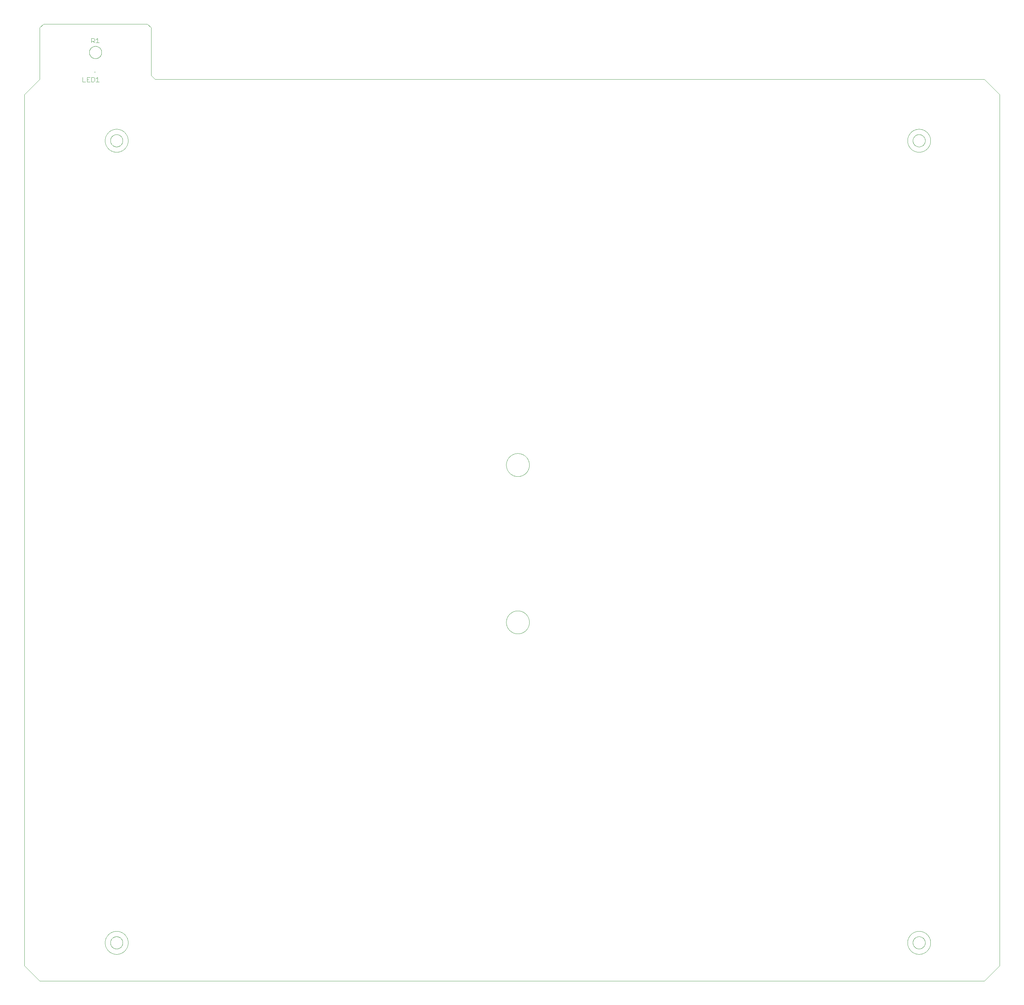
<source format=gto>
G75*
%MOIN*%
%OFA0B0*%
%FSLAX25Y25*%
%IPPOS*%
%LPD*%
%AMOC8*
5,1,8,0,0,1.08239X$1,22.5*
%
%ADD10C,0.00000*%
%ADD11R,0.00787X0.00787*%
%ADD12C,0.00400*%
D10*
X0003934Y0014445D02*
X0019682Y-0001303D01*
X0988186Y-0001303D01*
X1003934Y0014445D01*
X1003934Y0908146D01*
X0988186Y0923894D01*
X0137792Y0923894D01*
X0133855Y0927831D01*
X0133855Y0976650D01*
X0129918Y0980587D01*
X0023619Y0980587D01*
X0019682Y0976650D01*
X0019682Y0923894D01*
X0003934Y0908146D01*
X0003934Y0014445D01*
X0086611Y0038067D02*
X0086615Y0038357D01*
X0086625Y0038647D01*
X0086643Y0038936D01*
X0086668Y0039225D01*
X0086700Y0039513D01*
X0086739Y0039800D01*
X0086785Y0040086D01*
X0086838Y0040371D01*
X0086898Y0040655D01*
X0086965Y0040937D01*
X0087039Y0041217D01*
X0087120Y0041496D01*
X0087207Y0041772D01*
X0087301Y0042046D01*
X0087402Y0042318D01*
X0087510Y0042587D01*
X0087624Y0042853D01*
X0087745Y0043117D01*
X0087872Y0043377D01*
X0088006Y0043635D01*
X0088145Y0043889D01*
X0088291Y0044139D01*
X0088443Y0044386D01*
X0088602Y0044629D01*
X0088766Y0044868D01*
X0088935Y0045103D01*
X0089111Y0045334D01*
X0089292Y0045560D01*
X0089479Y0045782D01*
X0089671Y0045999D01*
X0089868Y0046211D01*
X0090070Y0046419D01*
X0090278Y0046621D01*
X0090490Y0046818D01*
X0090707Y0047010D01*
X0090929Y0047197D01*
X0091155Y0047378D01*
X0091386Y0047554D01*
X0091621Y0047723D01*
X0091860Y0047887D01*
X0092103Y0048046D01*
X0092350Y0048198D01*
X0092600Y0048344D01*
X0092854Y0048483D01*
X0093112Y0048617D01*
X0093372Y0048744D01*
X0093636Y0048865D01*
X0093902Y0048979D01*
X0094171Y0049087D01*
X0094443Y0049188D01*
X0094717Y0049282D01*
X0094993Y0049369D01*
X0095272Y0049450D01*
X0095552Y0049524D01*
X0095834Y0049591D01*
X0096118Y0049651D01*
X0096403Y0049704D01*
X0096689Y0049750D01*
X0096976Y0049789D01*
X0097264Y0049821D01*
X0097553Y0049846D01*
X0097842Y0049864D01*
X0098132Y0049874D01*
X0098422Y0049878D01*
X0098712Y0049874D01*
X0099002Y0049864D01*
X0099291Y0049846D01*
X0099580Y0049821D01*
X0099868Y0049789D01*
X0100155Y0049750D01*
X0100441Y0049704D01*
X0100726Y0049651D01*
X0101010Y0049591D01*
X0101292Y0049524D01*
X0101572Y0049450D01*
X0101851Y0049369D01*
X0102127Y0049282D01*
X0102401Y0049188D01*
X0102673Y0049087D01*
X0102942Y0048979D01*
X0103208Y0048865D01*
X0103472Y0048744D01*
X0103732Y0048617D01*
X0103990Y0048483D01*
X0104244Y0048344D01*
X0104494Y0048198D01*
X0104741Y0048046D01*
X0104984Y0047887D01*
X0105223Y0047723D01*
X0105458Y0047554D01*
X0105689Y0047378D01*
X0105915Y0047197D01*
X0106137Y0047010D01*
X0106354Y0046818D01*
X0106566Y0046621D01*
X0106774Y0046419D01*
X0106976Y0046211D01*
X0107173Y0045999D01*
X0107365Y0045782D01*
X0107552Y0045560D01*
X0107733Y0045334D01*
X0107909Y0045103D01*
X0108078Y0044868D01*
X0108242Y0044629D01*
X0108401Y0044386D01*
X0108553Y0044139D01*
X0108699Y0043889D01*
X0108838Y0043635D01*
X0108972Y0043377D01*
X0109099Y0043117D01*
X0109220Y0042853D01*
X0109334Y0042587D01*
X0109442Y0042318D01*
X0109543Y0042046D01*
X0109637Y0041772D01*
X0109724Y0041496D01*
X0109805Y0041217D01*
X0109879Y0040937D01*
X0109946Y0040655D01*
X0110006Y0040371D01*
X0110059Y0040086D01*
X0110105Y0039800D01*
X0110144Y0039513D01*
X0110176Y0039225D01*
X0110201Y0038936D01*
X0110219Y0038647D01*
X0110229Y0038357D01*
X0110233Y0038067D01*
X0110229Y0037777D01*
X0110219Y0037487D01*
X0110201Y0037198D01*
X0110176Y0036909D01*
X0110144Y0036621D01*
X0110105Y0036334D01*
X0110059Y0036048D01*
X0110006Y0035763D01*
X0109946Y0035479D01*
X0109879Y0035197D01*
X0109805Y0034917D01*
X0109724Y0034638D01*
X0109637Y0034362D01*
X0109543Y0034088D01*
X0109442Y0033816D01*
X0109334Y0033547D01*
X0109220Y0033281D01*
X0109099Y0033017D01*
X0108972Y0032757D01*
X0108838Y0032499D01*
X0108699Y0032245D01*
X0108553Y0031995D01*
X0108401Y0031748D01*
X0108242Y0031505D01*
X0108078Y0031266D01*
X0107909Y0031031D01*
X0107733Y0030800D01*
X0107552Y0030574D01*
X0107365Y0030352D01*
X0107173Y0030135D01*
X0106976Y0029923D01*
X0106774Y0029715D01*
X0106566Y0029513D01*
X0106354Y0029316D01*
X0106137Y0029124D01*
X0105915Y0028937D01*
X0105689Y0028756D01*
X0105458Y0028580D01*
X0105223Y0028411D01*
X0104984Y0028247D01*
X0104741Y0028088D01*
X0104494Y0027936D01*
X0104244Y0027790D01*
X0103990Y0027651D01*
X0103732Y0027517D01*
X0103472Y0027390D01*
X0103208Y0027269D01*
X0102942Y0027155D01*
X0102673Y0027047D01*
X0102401Y0026946D01*
X0102127Y0026852D01*
X0101851Y0026765D01*
X0101572Y0026684D01*
X0101292Y0026610D01*
X0101010Y0026543D01*
X0100726Y0026483D01*
X0100441Y0026430D01*
X0100155Y0026384D01*
X0099868Y0026345D01*
X0099580Y0026313D01*
X0099291Y0026288D01*
X0099002Y0026270D01*
X0098712Y0026260D01*
X0098422Y0026256D01*
X0098132Y0026260D01*
X0097842Y0026270D01*
X0097553Y0026288D01*
X0097264Y0026313D01*
X0096976Y0026345D01*
X0096689Y0026384D01*
X0096403Y0026430D01*
X0096118Y0026483D01*
X0095834Y0026543D01*
X0095552Y0026610D01*
X0095272Y0026684D01*
X0094993Y0026765D01*
X0094717Y0026852D01*
X0094443Y0026946D01*
X0094171Y0027047D01*
X0093902Y0027155D01*
X0093636Y0027269D01*
X0093372Y0027390D01*
X0093112Y0027517D01*
X0092854Y0027651D01*
X0092600Y0027790D01*
X0092350Y0027936D01*
X0092103Y0028088D01*
X0091860Y0028247D01*
X0091621Y0028411D01*
X0091386Y0028580D01*
X0091155Y0028756D01*
X0090929Y0028937D01*
X0090707Y0029124D01*
X0090490Y0029316D01*
X0090278Y0029513D01*
X0090070Y0029715D01*
X0089868Y0029923D01*
X0089671Y0030135D01*
X0089479Y0030352D01*
X0089292Y0030574D01*
X0089111Y0030800D01*
X0088935Y0031031D01*
X0088766Y0031266D01*
X0088602Y0031505D01*
X0088443Y0031748D01*
X0088291Y0031995D01*
X0088145Y0032245D01*
X0088006Y0032499D01*
X0087872Y0032757D01*
X0087745Y0033017D01*
X0087624Y0033281D01*
X0087510Y0033547D01*
X0087402Y0033816D01*
X0087301Y0034088D01*
X0087207Y0034362D01*
X0087120Y0034638D01*
X0087039Y0034917D01*
X0086965Y0035197D01*
X0086898Y0035479D01*
X0086838Y0035763D01*
X0086785Y0036048D01*
X0086739Y0036334D01*
X0086700Y0036621D01*
X0086668Y0036909D01*
X0086643Y0037198D01*
X0086625Y0037487D01*
X0086615Y0037777D01*
X0086611Y0038067D01*
X0092123Y0038067D02*
X0092125Y0038225D01*
X0092131Y0038383D01*
X0092141Y0038541D01*
X0092155Y0038699D01*
X0092173Y0038856D01*
X0092194Y0039013D01*
X0092220Y0039169D01*
X0092250Y0039325D01*
X0092283Y0039480D01*
X0092321Y0039633D01*
X0092362Y0039786D01*
X0092407Y0039938D01*
X0092456Y0040089D01*
X0092509Y0040238D01*
X0092565Y0040386D01*
X0092625Y0040532D01*
X0092689Y0040677D01*
X0092757Y0040820D01*
X0092828Y0040962D01*
X0092902Y0041102D01*
X0092980Y0041239D01*
X0093062Y0041375D01*
X0093146Y0041509D01*
X0093235Y0041640D01*
X0093326Y0041769D01*
X0093421Y0041896D01*
X0093518Y0042021D01*
X0093619Y0042143D01*
X0093723Y0042262D01*
X0093830Y0042379D01*
X0093940Y0042493D01*
X0094053Y0042604D01*
X0094168Y0042713D01*
X0094286Y0042818D01*
X0094407Y0042920D01*
X0094530Y0043020D01*
X0094656Y0043116D01*
X0094784Y0043209D01*
X0094914Y0043299D01*
X0095047Y0043385D01*
X0095182Y0043469D01*
X0095318Y0043548D01*
X0095457Y0043625D01*
X0095598Y0043697D01*
X0095740Y0043767D01*
X0095884Y0043832D01*
X0096030Y0043894D01*
X0096177Y0043952D01*
X0096326Y0044007D01*
X0096476Y0044058D01*
X0096627Y0044105D01*
X0096779Y0044148D01*
X0096932Y0044187D01*
X0097087Y0044223D01*
X0097242Y0044254D01*
X0097398Y0044282D01*
X0097554Y0044306D01*
X0097711Y0044326D01*
X0097869Y0044342D01*
X0098026Y0044354D01*
X0098185Y0044362D01*
X0098343Y0044366D01*
X0098501Y0044366D01*
X0098659Y0044362D01*
X0098818Y0044354D01*
X0098975Y0044342D01*
X0099133Y0044326D01*
X0099290Y0044306D01*
X0099446Y0044282D01*
X0099602Y0044254D01*
X0099757Y0044223D01*
X0099912Y0044187D01*
X0100065Y0044148D01*
X0100217Y0044105D01*
X0100368Y0044058D01*
X0100518Y0044007D01*
X0100667Y0043952D01*
X0100814Y0043894D01*
X0100960Y0043832D01*
X0101104Y0043767D01*
X0101246Y0043697D01*
X0101387Y0043625D01*
X0101526Y0043548D01*
X0101662Y0043469D01*
X0101797Y0043385D01*
X0101930Y0043299D01*
X0102060Y0043209D01*
X0102188Y0043116D01*
X0102314Y0043020D01*
X0102437Y0042920D01*
X0102558Y0042818D01*
X0102676Y0042713D01*
X0102791Y0042604D01*
X0102904Y0042493D01*
X0103014Y0042379D01*
X0103121Y0042262D01*
X0103225Y0042143D01*
X0103326Y0042021D01*
X0103423Y0041896D01*
X0103518Y0041769D01*
X0103609Y0041640D01*
X0103698Y0041509D01*
X0103782Y0041375D01*
X0103864Y0041239D01*
X0103942Y0041102D01*
X0104016Y0040962D01*
X0104087Y0040820D01*
X0104155Y0040677D01*
X0104219Y0040532D01*
X0104279Y0040386D01*
X0104335Y0040238D01*
X0104388Y0040089D01*
X0104437Y0039938D01*
X0104482Y0039786D01*
X0104523Y0039633D01*
X0104561Y0039480D01*
X0104594Y0039325D01*
X0104624Y0039169D01*
X0104650Y0039013D01*
X0104671Y0038856D01*
X0104689Y0038699D01*
X0104703Y0038541D01*
X0104713Y0038383D01*
X0104719Y0038225D01*
X0104721Y0038067D01*
X0104719Y0037909D01*
X0104713Y0037751D01*
X0104703Y0037593D01*
X0104689Y0037435D01*
X0104671Y0037278D01*
X0104650Y0037121D01*
X0104624Y0036965D01*
X0104594Y0036809D01*
X0104561Y0036654D01*
X0104523Y0036501D01*
X0104482Y0036348D01*
X0104437Y0036196D01*
X0104388Y0036045D01*
X0104335Y0035896D01*
X0104279Y0035748D01*
X0104219Y0035602D01*
X0104155Y0035457D01*
X0104087Y0035314D01*
X0104016Y0035172D01*
X0103942Y0035032D01*
X0103864Y0034895D01*
X0103782Y0034759D01*
X0103698Y0034625D01*
X0103609Y0034494D01*
X0103518Y0034365D01*
X0103423Y0034238D01*
X0103326Y0034113D01*
X0103225Y0033991D01*
X0103121Y0033872D01*
X0103014Y0033755D01*
X0102904Y0033641D01*
X0102791Y0033530D01*
X0102676Y0033421D01*
X0102558Y0033316D01*
X0102437Y0033214D01*
X0102314Y0033114D01*
X0102188Y0033018D01*
X0102060Y0032925D01*
X0101930Y0032835D01*
X0101797Y0032749D01*
X0101662Y0032665D01*
X0101526Y0032586D01*
X0101387Y0032509D01*
X0101246Y0032437D01*
X0101104Y0032367D01*
X0100960Y0032302D01*
X0100814Y0032240D01*
X0100667Y0032182D01*
X0100518Y0032127D01*
X0100368Y0032076D01*
X0100217Y0032029D01*
X0100065Y0031986D01*
X0099912Y0031947D01*
X0099757Y0031911D01*
X0099602Y0031880D01*
X0099446Y0031852D01*
X0099290Y0031828D01*
X0099133Y0031808D01*
X0098975Y0031792D01*
X0098818Y0031780D01*
X0098659Y0031772D01*
X0098501Y0031768D01*
X0098343Y0031768D01*
X0098185Y0031772D01*
X0098026Y0031780D01*
X0097869Y0031792D01*
X0097711Y0031808D01*
X0097554Y0031828D01*
X0097398Y0031852D01*
X0097242Y0031880D01*
X0097087Y0031911D01*
X0096932Y0031947D01*
X0096779Y0031986D01*
X0096627Y0032029D01*
X0096476Y0032076D01*
X0096326Y0032127D01*
X0096177Y0032182D01*
X0096030Y0032240D01*
X0095884Y0032302D01*
X0095740Y0032367D01*
X0095598Y0032437D01*
X0095457Y0032509D01*
X0095318Y0032586D01*
X0095182Y0032665D01*
X0095047Y0032749D01*
X0094914Y0032835D01*
X0094784Y0032925D01*
X0094656Y0033018D01*
X0094530Y0033114D01*
X0094407Y0033214D01*
X0094286Y0033316D01*
X0094168Y0033421D01*
X0094053Y0033530D01*
X0093940Y0033641D01*
X0093830Y0033755D01*
X0093723Y0033872D01*
X0093619Y0033991D01*
X0093518Y0034113D01*
X0093421Y0034238D01*
X0093326Y0034365D01*
X0093235Y0034494D01*
X0093146Y0034625D01*
X0093062Y0034759D01*
X0092980Y0034895D01*
X0092902Y0035032D01*
X0092828Y0035172D01*
X0092757Y0035314D01*
X0092689Y0035457D01*
X0092625Y0035602D01*
X0092565Y0035748D01*
X0092509Y0035896D01*
X0092456Y0036045D01*
X0092407Y0036196D01*
X0092362Y0036348D01*
X0092321Y0036501D01*
X0092283Y0036654D01*
X0092250Y0036809D01*
X0092220Y0036965D01*
X0092194Y0037121D01*
X0092173Y0037278D01*
X0092155Y0037435D01*
X0092141Y0037593D01*
X0092131Y0037751D01*
X0092125Y0037909D01*
X0092123Y0038067D01*
X0498028Y0366807D02*
X0498032Y0367097D01*
X0498042Y0367387D01*
X0498060Y0367676D01*
X0498085Y0367965D01*
X0498117Y0368253D01*
X0498156Y0368540D01*
X0498202Y0368826D01*
X0498255Y0369111D01*
X0498315Y0369395D01*
X0498382Y0369677D01*
X0498456Y0369957D01*
X0498537Y0370236D01*
X0498624Y0370512D01*
X0498718Y0370786D01*
X0498819Y0371058D01*
X0498927Y0371327D01*
X0499041Y0371593D01*
X0499162Y0371857D01*
X0499289Y0372117D01*
X0499423Y0372375D01*
X0499562Y0372629D01*
X0499708Y0372879D01*
X0499860Y0373126D01*
X0500019Y0373369D01*
X0500183Y0373608D01*
X0500352Y0373843D01*
X0500528Y0374074D01*
X0500709Y0374300D01*
X0500896Y0374522D01*
X0501088Y0374739D01*
X0501285Y0374951D01*
X0501487Y0375159D01*
X0501695Y0375361D01*
X0501907Y0375558D01*
X0502124Y0375750D01*
X0502346Y0375937D01*
X0502572Y0376118D01*
X0502803Y0376294D01*
X0503038Y0376463D01*
X0503277Y0376627D01*
X0503520Y0376786D01*
X0503767Y0376938D01*
X0504017Y0377084D01*
X0504271Y0377223D01*
X0504529Y0377357D01*
X0504789Y0377484D01*
X0505053Y0377605D01*
X0505319Y0377719D01*
X0505588Y0377827D01*
X0505860Y0377928D01*
X0506134Y0378022D01*
X0506410Y0378109D01*
X0506689Y0378190D01*
X0506969Y0378264D01*
X0507251Y0378331D01*
X0507535Y0378391D01*
X0507820Y0378444D01*
X0508106Y0378490D01*
X0508393Y0378529D01*
X0508681Y0378561D01*
X0508970Y0378586D01*
X0509259Y0378604D01*
X0509549Y0378614D01*
X0509839Y0378618D01*
X0510129Y0378614D01*
X0510419Y0378604D01*
X0510708Y0378586D01*
X0510997Y0378561D01*
X0511285Y0378529D01*
X0511572Y0378490D01*
X0511858Y0378444D01*
X0512143Y0378391D01*
X0512427Y0378331D01*
X0512709Y0378264D01*
X0512989Y0378190D01*
X0513268Y0378109D01*
X0513544Y0378022D01*
X0513818Y0377928D01*
X0514090Y0377827D01*
X0514359Y0377719D01*
X0514625Y0377605D01*
X0514889Y0377484D01*
X0515149Y0377357D01*
X0515407Y0377223D01*
X0515661Y0377084D01*
X0515911Y0376938D01*
X0516158Y0376786D01*
X0516401Y0376627D01*
X0516640Y0376463D01*
X0516875Y0376294D01*
X0517106Y0376118D01*
X0517332Y0375937D01*
X0517554Y0375750D01*
X0517771Y0375558D01*
X0517983Y0375361D01*
X0518191Y0375159D01*
X0518393Y0374951D01*
X0518590Y0374739D01*
X0518782Y0374522D01*
X0518969Y0374300D01*
X0519150Y0374074D01*
X0519326Y0373843D01*
X0519495Y0373608D01*
X0519659Y0373369D01*
X0519818Y0373126D01*
X0519970Y0372879D01*
X0520116Y0372629D01*
X0520255Y0372375D01*
X0520389Y0372117D01*
X0520516Y0371857D01*
X0520637Y0371593D01*
X0520751Y0371327D01*
X0520859Y0371058D01*
X0520960Y0370786D01*
X0521054Y0370512D01*
X0521141Y0370236D01*
X0521222Y0369957D01*
X0521296Y0369677D01*
X0521363Y0369395D01*
X0521423Y0369111D01*
X0521476Y0368826D01*
X0521522Y0368540D01*
X0521561Y0368253D01*
X0521593Y0367965D01*
X0521618Y0367676D01*
X0521636Y0367387D01*
X0521646Y0367097D01*
X0521650Y0366807D01*
X0521646Y0366517D01*
X0521636Y0366227D01*
X0521618Y0365938D01*
X0521593Y0365649D01*
X0521561Y0365361D01*
X0521522Y0365074D01*
X0521476Y0364788D01*
X0521423Y0364503D01*
X0521363Y0364219D01*
X0521296Y0363937D01*
X0521222Y0363657D01*
X0521141Y0363378D01*
X0521054Y0363102D01*
X0520960Y0362828D01*
X0520859Y0362556D01*
X0520751Y0362287D01*
X0520637Y0362021D01*
X0520516Y0361757D01*
X0520389Y0361497D01*
X0520255Y0361239D01*
X0520116Y0360985D01*
X0519970Y0360735D01*
X0519818Y0360488D01*
X0519659Y0360245D01*
X0519495Y0360006D01*
X0519326Y0359771D01*
X0519150Y0359540D01*
X0518969Y0359314D01*
X0518782Y0359092D01*
X0518590Y0358875D01*
X0518393Y0358663D01*
X0518191Y0358455D01*
X0517983Y0358253D01*
X0517771Y0358056D01*
X0517554Y0357864D01*
X0517332Y0357677D01*
X0517106Y0357496D01*
X0516875Y0357320D01*
X0516640Y0357151D01*
X0516401Y0356987D01*
X0516158Y0356828D01*
X0515911Y0356676D01*
X0515661Y0356530D01*
X0515407Y0356391D01*
X0515149Y0356257D01*
X0514889Y0356130D01*
X0514625Y0356009D01*
X0514359Y0355895D01*
X0514090Y0355787D01*
X0513818Y0355686D01*
X0513544Y0355592D01*
X0513268Y0355505D01*
X0512989Y0355424D01*
X0512709Y0355350D01*
X0512427Y0355283D01*
X0512143Y0355223D01*
X0511858Y0355170D01*
X0511572Y0355124D01*
X0511285Y0355085D01*
X0510997Y0355053D01*
X0510708Y0355028D01*
X0510419Y0355010D01*
X0510129Y0355000D01*
X0509839Y0354996D01*
X0509549Y0355000D01*
X0509259Y0355010D01*
X0508970Y0355028D01*
X0508681Y0355053D01*
X0508393Y0355085D01*
X0508106Y0355124D01*
X0507820Y0355170D01*
X0507535Y0355223D01*
X0507251Y0355283D01*
X0506969Y0355350D01*
X0506689Y0355424D01*
X0506410Y0355505D01*
X0506134Y0355592D01*
X0505860Y0355686D01*
X0505588Y0355787D01*
X0505319Y0355895D01*
X0505053Y0356009D01*
X0504789Y0356130D01*
X0504529Y0356257D01*
X0504271Y0356391D01*
X0504017Y0356530D01*
X0503767Y0356676D01*
X0503520Y0356828D01*
X0503277Y0356987D01*
X0503038Y0357151D01*
X0502803Y0357320D01*
X0502572Y0357496D01*
X0502346Y0357677D01*
X0502124Y0357864D01*
X0501907Y0358056D01*
X0501695Y0358253D01*
X0501487Y0358455D01*
X0501285Y0358663D01*
X0501088Y0358875D01*
X0500896Y0359092D01*
X0500709Y0359314D01*
X0500528Y0359540D01*
X0500352Y0359771D01*
X0500183Y0360006D01*
X0500019Y0360245D01*
X0499860Y0360488D01*
X0499708Y0360735D01*
X0499562Y0360985D01*
X0499423Y0361239D01*
X0499289Y0361497D01*
X0499162Y0361757D01*
X0499041Y0362021D01*
X0498927Y0362287D01*
X0498819Y0362556D01*
X0498718Y0362828D01*
X0498624Y0363102D01*
X0498537Y0363378D01*
X0498456Y0363657D01*
X0498382Y0363937D01*
X0498315Y0364219D01*
X0498255Y0364503D01*
X0498202Y0364788D01*
X0498156Y0365074D01*
X0498117Y0365361D01*
X0498085Y0365649D01*
X0498060Y0365938D01*
X0498042Y0366227D01*
X0498032Y0366517D01*
X0498028Y0366807D01*
X0498028Y0528224D02*
X0498032Y0528514D01*
X0498042Y0528804D01*
X0498060Y0529093D01*
X0498085Y0529382D01*
X0498117Y0529670D01*
X0498156Y0529957D01*
X0498202Y0530243D01*
X0498255Y0530528D01*
X0498315Y0530812D01*
X0498382Y0531094D01*
X0498456Y0531374D01*
X0498537Y0531653D01*
X0498624Y0531929D01*
X0498718Y0532203D01*
X0498819Y0532475D01*
X0498927Y0532744D01*
X0499041Y0533010D01*
X0499162Y0533274D01*
X0499289Y0533534D01*
X0499423Y0533792D01*
X0499562Y0534046D01*
X0499708Y0534296D01*
X0499860Y0534543D01*
X0500019Y0534786D01*
X0500183Y0535025D01*
X0500352Y0535260D01*
X0500528Y0535491D01*
X0500709Y0535717D01*
X0500896Y0535939D01*
X0501088Y0536156D01*
X0501285Y0536368D01*
X0501487Y0536576D01*
X0501695Y0536778D01*
X0501907Y0536975D01*
X0502124Y0537167D01*
X0502346Y0537354D01*
X0502572Y0537535D01*
X0502803Y0537711D01*
X0503038Y0537880D01*
X0503277Y0538044D01*
X0503520Y0538203D01*
X0503767Y0538355D01*
X0504017Y0538501D01*
X0504271Y0538640D01*
X0504529Y0538774D01*
X0504789Y0538901D01*
X0505053Y0539022D01*
X0505319Y0539136D01*
X0505588Y0539244D01*
X0505860Y0539345D01*
X0506134Y0539439D01*
X0506410Y0539526D01*
X0506689Y0539607D01*
X0506969Y0539681D01*
X0507251Y0539748D01*
X0507535Y0539808D01*
X0507820Y0539861D01*
X0508106Y0539907D01*
X0508393Y0539946D01*
X0508681Y0539978D01*
X0508970Y0540003D01*
X0509259Y0540021D01*
X0509549Y0540031D01*
X0509839Y0540035D01*
X0510129Y0540031D01*
X0510419Y0540021D01*
X0510708Y0540003D01*
X0510997Y0539978D01*
X0511285Y0539946D01*
X0511572Y0539907D01*
X0511858Y0539861D01*
X0512143Y0539808D01*
X0512427Y0539748D01*
X0512709Y0539681D01*
X0512989Y0539607D01*
X0513268Y0539526D01*
X0513544Y0539439D01*
X0513818Y0539345D01*
X0514090Y0539244D01*
X0514359Y0539136D01*
X0514625Y0539022D01*
X0514889Y0538901D01*
X0515149Y0538774D01*
X0515407Y0538640D01*
X0515661Y0538501D01*
X0515911Y0538355D01*
X0516158Y0538203D01*
X0516401Y0538044D01*
X0516640Y0537880D01*
X0516875Y0537711D01*
X0517106Y0537535D01*
X0517332Y0537354D01*
X0517554Y0537167D01*
X0517771Y0536975D01*
X0517983Y0536778D01*
X0518191Y0536576D01*
X0518393Y0536368D01*
X0518590Y0536156D01*
X0518782Y0535939D01*
X0518969Y0535717D01*
X0519150Y0535491D01*
X0519326Y0535260D01*
X0519495Y0535025D01*
X0519659Y0534786D01*
X0519818Y0534543D01*
X0519970Y0534296D01*
X0520116Y0534046D01*
X0520255Y0533792D01*
X0520389Y0533534D01*
X0520516Y0533274D01*
X0520637Y0533010D01*
X0520751Y0532744D01*
X0520859Y0532475D01*
X0520960Y0532203D01*
X0521054Y0531929D01*
X0521141Y0531653D01*
X0521222Y0531374D01*
X0521296Y0531094D01*
X0521363Y0530812D01*
X0521423Y0530528D01*
X0521476Y0530243D01*
X0521522Y0529957D01*
X0521561Y0529670D01*
X0521593Y0529382D01*
X0521618Y0529093D01*
X0521636Y0528804D01*
X0521646Y0528514D01*
X0521650Y0528224D01*
X0521646Y0527934D01*
X0521636Y0527644D01*
X0521618Y0527355D01*
X0521593Y0527066D01*
X0521561Y0526778D01*
X0521522Y0526491D01*
X0521476Y0526205D01*
X0521423Y0525920D01*
X0521363Y0525636D01*
X0521296Y0525354D01*
X0521222Y0525074D01*
X0521141Y0524795D01*
X0521054Y0524519D01*
X0520960Y0524245D01*
X0520859Y0523973D01*
X0520751Y0523704D01*
X0520637Y0523438D01*
X0520516Y0523174D01*
X0520389Y0522914D01*
X0520255Y0522656D01*
X0520116Y0522402D01*
X0519970Y0522152D01*
X0519818Y0521905D01*
X0519659Y0521662D01*
X0519495Y0521423D01*
X0519326Y0521188D01*
X0519150Y0520957D01*
X0518969Y0520731D01*
X0518782Y0520509D01*
X0518590Y0520292D01*
X0518393Y0520080D01*
X0518191Y0519872D01*
X0517983Y0519670D01*
X0517771Y0519473D01*
X0517554Y0519281D01*
X0517332Y0519094D01*
X0517106Y0518913D01*
X0516875Y0518737D01*
X0516640Y0518568D01*
X0516401Y0518404D01*
X0516158Y0518245D01*
X0515911Y0518093D01*
X0515661Y0517947D01*
X0515407Y0517808D01*
X0515149Y0517674D01*
X0514889Y0517547D01*
X0514625Y0517426D01*
X0514359Y0517312D01*
X0514090Y0517204D01*
X0513818Y0517103D01*
X0513544Y0517009D01*
X0513268Y0516922D01*
X0512989Y0516841D01*
X0512709Y0516767D01*
X0512427Y0516700D01*
X0512143Y0516640D01*
X0511858Y0516587D01*
X0511572Y0516541D01*
X0511285Y0516502D01*
X0510997Y0516470D01*
X0510708Y0516445D01*
X0510419Y0516427D01*
X0510129Y0516417D01*
X0509839Y0516413D01*
X0509549Y0516417D01*
X0509259Y0516427D01*
X0508970Y0516445D01*
X0508681Y0516470D01*
X0508393Y0516502D01*
X0508106Y0516541D01*
X0507820Y0516587D01*
X0507535Y0516640D01*
X0507251Y0516700D01*
X0506969Y0516767D01*
X0506689Y0516841D01*
X0506410Y0516922D01*
X0506134Y0517009D01*
X0505860Y0517103D01*
X0505588Y0517204D01*
X0505319Y0517312D01*
X0505053Y0517426D01*
X0504789Y0517547D01*
X0504529Y0517674D01*
X0504271Y0517808D01*
X0504017Y0517947D01*
X0503767Y0518093D01*
X0503520Y0518245D01*
X0503277Y0518404D01*
X0503038Y0518568D01*
X0502803Y0518737D01*
X0502572Y0518913D01*
X0502346Y0519094D01*
X0502124Y0519281D01*
X0501907Y0519473D01*
X0501695Y0519670D01*
X0501487Y0519872D01*
X0501285Y0520080D01*
X0501088Y0520292D01*
X0500896Y0520509D01*
X0500709Y0520731D01*
X0500528Y0520957D01*
X0500352Y0521188D01*
X0500183Y0521423D01*
X0500019Y0521662D01*
X0499860Y0521905D01*
X0499708Y0522152D01*
X0499562Y0522402D01*
X0499423Y0522656D01*
X0499289Y0522914D01*
X0499162Y0523174D01*
X0499041Y0523438D01*
X0498927Y0523704D01*
X0498819Y0523973D01*
X0498718Y0524245D01*
X0498624Y0524519D01*
X0498537Y0524795D01*
X0498456Y0525074D01*
X0498382Y0525354D01*
X0498315Y0525636D01*
X0498255Y0525920D01*
X0498202Y0526205D01*
X0498156Y0526491D01*
X0498117Y0526778D01*
X0498085Y0527066D01*
X0498060Y0527355D01*
X0498042Y0527644D01*
X0498032Y0527934D01*
X0498028Y0528224D01*
X0086611Y0860902D02*
X0086615Y0861192D01*
X0086625Y0861482D01*
X0086643Y0861771D01*
X0086668Y0862060D01*
X0086700Y0862348D01*
X0086739Y0862635D01*
X0086785Y0862921D01*
X0086838Y0863206D01*
X0086898Y0863490D01*
X0086965Y0863772D01*
X0087039Y0864052D01*
X0087120Y0864331D01*
X0087207Y0864607D01*
X0087301Y0864881D01*
X0087402Y0865153D01*
X0087510Y0865422D01*
X0087624Y0865688D01*
X0087745Y0865952D01*
X0087872Y0866212D01*
X0088006Y0866470D01*
X0088145Y0866724D01*
X0088291Y0866974D01*
X0088443Y0867221D01*
X0088602Y0867464D01*
X0088766Y0867703D01*
X0088935Y0867938D01*
X0089111Y0868169D01*
X0089292Y0868395D01*
X0089479Y0868617D01*
X0089671Y0868834D01*
X0089868Y0869046D01*
X0090070Y0869254D01*
X0090278Y0869456D01*
X0090490Y0869653D01*
X0090707Y0869845D01*
X0090929Y0870032D01*
X0091155Y0870213D01*
X0091386Y0870389D01*
X0091621Y0870558D01*
X0091860Y0870722D01*
X0092103Y0870881D01*
X0092350Y0871033D01*
X0092600Y0871179D01*
X0092854Y0871318D01*
X0093112Y0871452D01*
X0093372Y0871579D01*
X0093636Y0871700D01*
X0093902Y0871814D01*
X0094171Y0871922D01*
X0094443Y0872023D01*
X0094717Y0872117D01*
X0094993Y0872204D01*
X0095272Y0872285D01*
X0095552Y0872359D01*
X0095834Y0872426D01*
X0096118Y0872486D01*
X0096403Y0872539D01*
X0096689Y0872585D01*
X0096976Y0872624D01*
X0097264Y0872656D01*
X0097553Y0872681D01*
X0097842Y0872699D01*
X0098132Y0872709D01*
X0098422Y0872713D01*
X0098712Y0872709D01*
X0099002Y0872699D01*
X0099291Y0872681D01*
X0099580Y0872656D01*
X0099868Y0872624D01*
X0100155Y0872585D01*
X0100441Y0872539D01*
X0100726Y0872486D01*
X0101010Y0872426D01*
X0101292Y0872359D01*
X0101572Y0872285D01*
X0101851Y0872204D01*
X0102127Y0872117D01*
X0102401Y0872023D01*
X0102673Y0871922D01*
X0102942Y0871814D01*
X0103208Y0871700D01*
X0103472Y0871579D01*
X0103732Y0871452D01*
X0103990Y0871318D01*
X0104244Y0871179D01*
X0104494Y0871033D01*
X0104741Y0870881D01*
X0104984Y0870722D01*
X0105223Y0870558D01*
X0105458Y0870389D01*
X0105689Y0870213D01*
X0105915Y0870032D01*
X0106137Y0869845D01*
X0106354Y0869653D01*
X0106566Y0869456D01*
X0106774Y0869254D01*
X0106976Y0869046D01*
X0107173Y0868834D01*
X0107365Y0868617D01*
X0107552Y0868395D01*
X0107733Y0868169D01*
X0107909Y0867938D01*
X0108078Y0867703D01*
X0108242Y0867464D01*
X0108401Y0867221D01*
X0108553Y0866974D01*
X0108699Y0866724D01*
X0108838Y0866470D01*
X0108972Y0866212D01*
X0109099Y0865952D01*
X0109220Y0865688D01*
X0109334Y0865422D01*
X0109442Y0865153D01*
X0109543Y0864881D01*
X0109637Y0864607D01*
X0109724Y0864331D01*
X0109805Y0864052D01*
X0109879Y0863772D01*
X0109946Y0863490D01*
X0110006Y0863206D01*
X0110059Y0862921D01*
X0110105Y0862635D01*
X0110144Y0862348D01*
X0110176Y0862060D01*
X0110201Y0861771D01*
X0110219Y0861482D01*
X0110229Y0861192D01*
X0110233Y0860902D01*
X0110229Y0860612D01*
X0110219Y0860322D01*
X0110201Y0860033D01*
X0110176Y0859744D01*
X0110144Y0859456D01*
X0110105Y0859169D01*
X0110059Y0858883D01*
X0110006Y0858598D01*
X0109946Y0858314D01*
X0109879Y0858032D01*
X0109805Y0857752D01*
X0109724Y0857473D01*
X0109637Y0857197D01*
X0109543Y0856923D01*
X0109442Y0856651D01*
X0109334Y0856382D01*
X0109220Y0856116D01*
X0109099Y0855852D01*
X0108972Y0855592D01*
X0108838Y0855334D01*
X0108699Y0855080D01*
X0108553Y0854830D01*
X0108401Y0854583D01*
X0108242Y0854340D01*
X0108078Y0854101D01*
X0107909Y0853866D01*
X0107733Y0853635D01*
X0107552Y0853409D01*
X0107365Y0853187D01*
X0107173Y0852970D01*
X0106976Y0852758D01*
X0106774Y0852550D01*
X0106566Y0852348D01*
X0106354Y0852151D01*
X0106137Y0851959D01*
X0105915Y0851772D01*
X0105689Y0851591D01*
X0105458Y0851415D01*
X0105223Y0851246D01*
X0104984Y0851082D01*
X0104741Y0850923D01*
X0104494Y0850771D01*
X0104244Y0850625D01*
X0103990Y0850486D01*
X0103732Y0850352D01*
X0103472Y0850225D01*
X0103208Y0850104D01*
X0102942Y0849990D01*
X0102673Y0849882D01*
X0102401Y0849781D01*
X0102127Y0849687D01*
X0101851Y0849600D01*
X0101572Y0849519D01*
X0101292Y0849445D01*
X0101010Y0849378D01*
X0100726Y0849318D01*
X0100441Y0849265D01*
X0100155Y0849219D01*
X0099868Y0849180D01*
X0099580Y0849148D01*
X0099291Y0849123D01*
X0099002Y0849105D01*
X0098712Y0849095D01*
X0098422Y0849091D01*
X0098132Y0849095D01*
X0097842Y0849105D01*
X0097553Y0849123D01*
X0097264Y0849148D01*
X0096976Y0849180D01*
X0096689Y0849219D01*
X0096403Y0849265D01*
X0096118Y0849318D01*
X0095834Y0849378D01*
X0095552Y0849445D01*
X0095272Y0849519D01*
X0094993Y0849600D01*
X0094717Y0849687D01*
X0094443Y0849781D01*
X0094171Y0849882D01*
X0093902Y0849990D01*
X0093636Y0850104D01*
X0093372Y0850225D01*
X0093112Y0850352D01*
X0092854Y0850486D01*
X0092600Y0850625D01*
X0092350Y0850771D01*
X0092103Y0850923D01*
X0091860Y0851082D01*
X0091621Y0851246D01*
X0091386Y0851415D01*
X0091155Y0851591D01*
X0090929Y0851772D01*
X0090707Y0851959D01*
X0090490Y0852151D01*
X0090278Y0852348D01*
X0090070Y0852550D01*
X0089868Y0852758D01*
X0089671Y0852970D01*
X0089479Y0853187D01*
X0089292Y0853409D01*
X0089111Y0853635D01*
X0088935Y0853866D01*
X0088766Y0854101D01*
X0088602Y0854340D01*
X0088443Y0854583D01*
X0088291Y0854830D01*
X0088145Y0855080D01*
X0088006Y0855334D01*
X0087872Y0855592D01*
X0087745Y0855852D01*
X0087624Y0856116D01*
X0087510Y0856382D01*
X0087402Y0856651D01*
X0087301Y0856923D01*
X0087207Y0857197D01*
X0087120Y0857473D01*
X0087039Y0857752D01*
X0086965Y0858032D01*
X0086898Y0858314D01*
X0086838Y0858598D01*
X0086785Y0858883D01*
X0086739Y0859169D01*
X0086700Y0859456D01*
X0086668Y0859744D01*
X0086643Y0860033D01*
X0086625Y0860322D01*
X0086615Y0860612D01*
X0086611Y0860902D01*
X0092123Y0860902D02*
X0092125Y0861060D01*
X0092131Y0861218D01*
X0092141Y0861376D01*
X0092155Y0861534D01*
X0092173Y0861691D01*
X0092194Y0861848D01*
X0092220Y0862004D01*
X0092250Y0862160D01*
X0092283Y0862315D01*
X0092321Y0862468D01*
X0092362Y0862621D01*
X0092407Y0862773D01*
X0092456Y0862924D01*
X0092509Y0863073D01*
X0092565Y0863221D01*
X0092625Y0863367D01*
X0092689Y0863512D01*
X0092757Y0863655D01*
X0092828Y0863797D01*
X0092902Y0863937D01*
X0092980Y0864074D01*
X0093062Y0864210D01*
X0093146Y0864344D01*
X0093235Y0864475D01*
X0093326Y0864604D01*
X0093421Y0864731D01*
X0093518Y0864856D01*
X0093619Y0864978D01*
X0093723Y0865097D01*
X0093830Y0865214D01*
X0093940Y0865328D01*
X0094053Y0865439D01*
X0094168Y0865548D01*
X0094286Y0865653D01*
X0094407Y0865755D01*
X0094530Y0865855D01*
X0094656Y0865951D01*
X0094784Y0866044D01*
X0094914Y0866134D01*
X0095047Y0866220D01*
X0095182Y0866304D01*
X0095318Y0866383D01*
X0095457Y0866460D01*
X0095598Y0866532D01*
X0095740Y0866602D01*
X0095884Y0866667D01*
X0096030Y0866729D01*
X0096177Y0866787D01*
X0096326Y0866842D01*
X0096476Y0866893D01*
X0096627Y0866940D01*
X0096779Y0866983D01*
X0096932Y0867022D01*
X0097087Y0867058D01*
X0097242Y0867089D01*
X0097398Y0867117D01*
X0097554Y0867141D01*
X0097711Y0867161D01*
X0097869Y0867177D01*
X0098026Y0867189D01*
X0098185Y0867197D01*
X0098343Y0867201D01*
X0098501Y0867201D01*
X0098659Y0867197D01*
X0098818Y0867189D01*
X0098975Y0867177D01*
X0099133Y0867161D01*
X0099290Y0867141D01*
X0099446Y0867117D01*
X0099602Y0867089D01*
X0099757Y0867058D01*
X0099912Y0867022D01*
X0100065Y0866983D01*
X0100217Y0866940D01*
X0100368Y0866893D01*
X0100518Y0866842D01*
X0100667Y0866787D01*
X0100814Y0866729D01*
X0100960Y0866667D01*
X0101104Y0866602D01*
X0101246Y0866532D01*
X0101387Y0866460D01*
X0101526Y0866383D01*
X0101662Y0866304D01*
X0101797Y0866220D01*
X0101930Y0866134D01*
X0102060Y0866044D01*
X0102188Y0865951D01*
X0102314Y0865855D01*
X0102437Y0865755D01*
X0102558Y0865653D01*
X0102676Y0865548D01*
X0102791Y0865439D01*
X0102904Y0865328D01*
X0103014Y0865214D01*
X0103121Y0865097D01*
X0103225Y0864978D01*
X0103326Y0864856D01*
X0103423Y0864731D01*
X0103518Y0864604D01*
X0103609Y0864475D01*
X0103698Y0864344D01*
X0103782Y0864210D01*
X0103864Y0864074D01*
X0103942Y0863937D01*
X0104016Y0863797D01*
X0104087Y0863655D01*
X0104155Y0863512D01*
X0104219Y0863367D01*
X0104279Y0863221D01*
X0104335Y0863073D01*
X0104388Y0862924D01*
X0104437Y0862773D01*
X0104482Y0862621D01*
X0104523Y0862468D01*
X0104561Y0862315D01*
X0104594Y0862160D01*
X0104624Y0862004D01*
X0104650Y0861848D01*
X0104671Y0861691D01*
X0104689Y0861534D01*
X0104703Y0861376D01*
X0104713Y0861218D01*
X0104719Y0861060D01*
X0104721Y0860902D01*
X0104719Y0860744D01*
X0104713Y0860586D01*
X0104703Y0860428D01*
X0104689Y0860270D01*
X0104671Y0860113D01*
X0104650Y0859956D01*
X0104624Y0859800D01*
X0104594Y0859644D01*
X0104561Y0859489D01*
X0104523Y0859336D01*
X0104482Y0859183D01*
X0104437Y0859031D01*
X0104388Y0858880D01*
X0104335Y0858731D01*
X0104279Y0858583D01*
X0104219Y0858437D01*
X0104155Y0858292D01*
X0104087Y0858149D01*
X0104016Y0858007D01*
X0103942Y0857867D01*
X0103864Y0857730D01*
X0103782Y0857594D01*
X0103698Y0857460D01*
X0103609Y0857329D01*
X0103518Y0857200D01*
X0103423Y0857073D01*
X0103326Y0856948D01*
X0103225Y0856826D01*
X0103121Y0856707D01*
X0103014Y0856590D01*
X0102904Y0856476D01*
X0102791Y0856365D01*
X0102676Y0856256D01*
X0102558Y0856151D01*
X0102437Y0856049D01*
X0102314Y0855949D01*
X0102188Y0855853D01*
X0102060Y0855760D01*
X0101930Y0855670D01*
X0101797Y0855584D01*
X0101662Y0855500D01*
X0101526Y0855421D01*
X0101387Y0855344D01*
X0101246Y0855272D01*
X0101104Y0855202D01*
X0100960Y0855137D01*
X0100814Y0855075D01*
X0100667Y0855017D01*
X0100518Y0854962D01*
X0100368Y0854911D01*
X0100217Y0854864D01*
X0100065Y0854821D01*
X0099912Y0854782D01*
X0099757Y0854746D01*
X0099602Y0854715D01*
X0099446Y0854687D01*
X0099290Y0854663D01*
X0099133Y0854643D01*
X0098975Y0854627D01*
X0098818Y0854615D01*
X0098659Y0854607D01*
X0098501Y0854603D01*
X0098343Y0854603D01*
X0098185Y0854607D01*
X0098026Y0854615D01*
X0097869Y0854627D01*
X0097711Y0854643D01*
X0097554Y0854663D01*
X0097398Y0854687D01*
X0097242Y0854715D01*
X0097087Y0854746D01*
X0096932Y0854782D01*
X0096779Y0854821D01*
X0096627Y0854864D01*
X0096476Y0854911D01*
X0096326Y0854962D01*
X0096177Y0855017D01*
X0096030Y0855075D01*
X0095884Y0855137D01*
X0095740Y0855202D01*
X0095598Y0855272D01*
X0095457Y0855344D01*
X0095318Y0855421D01*
X0095182Y0855500D01*
X0095047Y0855584D01*
X0094914Y0855670D01*
X0094784Y0855760D01*
X0094656Y0855853D01*
X0094530Y0855949D01*
X0094407Y0856049D01*
X0094286Y0856151D01*
X0094168Y0856256D01*
X0094053Y0856365D01*
X0093940Y0856476D01*
X0093830Y0856590D01*
X0093723Y0856707D01*
X0093619Y0856826D01*
X0093518Y0856948D01*
X0093421Y0857073D01*
X0093326Y0857200D01*
X0093235Y0857329D01*
X0093146Y0857460D01*
X0093062Y0857594D01*
X0092980Y0857730D01*
X0092902Y0857867D01*
X0092828Y0858007D01*
X0092757Y0858149D01*
X0092689Y0858292D01*
X0092625Y0858437D01*
X0092565Y0858583D01*
X0092509Y0858731D01*
X0092456Y0858880D01*
X0092407Y0859031D01*
X0092362Y0859183D01*
X0092321Y0859336D01*
X0092283Y0859489D01*
X0092250Y0859644D01*
X0092220Y0859800D01*
X0092194Y0859956D01*
X0092173Y0860113D01*
X0092155Y0860270D01*
X0092141Y0860428D01*
X0092131Y0860586D01*
X0092125Y0860744D01*
X0092123Y0860902D01*
X0070469Y0951453D02*
X0070471Y0951611D01*
X0070477Y0951769D01*
X0070487Y0951927D01*
X0070501Y0952085D01*
X0070519Y0952242D01*
X0070540Y0952399D01*
X0070566Y0952555D01*
X0070596Y0952711D01*
X0070629Y0952866D01*
X0070667Y0953019D01*
X0070708Y0953172D01*
X0070753Y0953324D01*
X0070802Y0953475D01*
X0070855Y0953624D01*
X0070911Y0953772D01*
X0070971Y0953918D01*
X0071035Y0954063D01*
X0071103Y0954206D01*
X0071174Y0954348D01*
X0071248Y0954488D01*
X0071326Y0954625D01*
X0071408Y0954761D01*
X0071492Y0954895D01*
X0071581Y0955026D01*
X0071672Y0955155D01*
X0071767Y0955282D01*
X0071864Y0955407D01*
X0071965Y0955529D01*
X0072069Y0955648D01*
X0072176Y0955765D01*
X0072286Y0955879D01*
X0072399Y0955990D01*
X0072514Y0956099D01*
X0072632Y0956204D01*
X0072753Y0956306D01*
X0072876Y0956406D01*
X0073002Y0956502D01*
X0073130Y0956595D01*
X0073260Y0956685D01*
X0073393Y0956771D01*
X0073528Y0956855D01*
X0073664Y0956934D01*
X0073803Y0957011D01*
X0073944Y0957083D01*
X0074086Y0957153D01*
X0074230Y0957218D01*
X0074376Y0957280D01*
X0074523Y0957338D01*
X0074672Y0957393D01*
X0074822Y0957444D01*
X0074973Y0957491D01*
X0075125Y0957534D01*
X0075278Y0957573D01*
X0075433Y0957609D01*
X0075588Y0957640D01*
X0075744Y0957668D01*
X0075900Y0957692D01*
X0076057Y0957712D01*
X0076215Y0957728D01*
X0076372Y0957740D01*
X0076531Y0957748D01*
X0076689Y0957752D01*
X0076847Y0957752D01*
X0077005Y0957748D01*
X0077164Y0957740D01*
X0077321Y0957728D01*
X0077479Y0957712D01*
X0077636Y0957692D01*
X0077792Y0957668D01*
X0077948Y0957640D01*
X0078103Y0957609D01*
X0078258Y0957573D01*
X0078411Y0957534D01*
X0078563Y0957491D01*
X0078714Y0957444D01*
X0078864Y0957393D01*
X0079013Y0957338D01*
X0079160Y0957280D01*
X0079306Y0957218D01*
X0079450Y0957153D01*
X0079592Y0957083D01*
X0079733Y0957011D01*
X0079872Y0956934D01*
X0080008Y0956855D01*
X0080143Y0956771D01*
X0080276Y0956685D01*
X0080406Y0956595D01*
X0080534Y0956502D01*
X0080660Y0956406D01*
X0080783Y0956306D01*
X0080904Y0956204D01*
X0081022Y0956099D01*
X0081137Y0955990D01*
X0081250Y0955879D01*
X0081360Y0955765D01*
X0081467Y0955648D01*
X0081571Y0955529D01*
X0081672Y0955407D01*
X0081769Y0955282D01*
X0081864Y0955155D01*
X0081955Y0955026D01*
X0082044Y0954895D01*
X0082128Y0954761D01*
X0082210Y0954625D01*
X0082288Y0954488D01*
X0082362Y0954348D01*
X0082433Y0954206D01*
X0082501Y0954063D01*
X0082565Y0953918D01*
X0082625Y0953772D01*
X0082681Y0953624D01*
X0082734Y0953475D01*
X0082783Y0953324D01*
X0082828Y0953172D01*
X0082869Y0953019D01*
X0082907Y0952866D01*
X0082940Y0952711D01*
X0082970Y0952555D01*
X0082996Y0952399D01*
X0083017Y0952242D01*
X0083035Y0952085D01*
X0083049Y0951927D01*
X0083059Y0951769D01*
X0083065Y0951611D01*
X0083067Y0951453D01*
X0083065Y0951295D01*
X0083059Y0951137D01*
X0083049Y0950979D01*
X0083035Y0950821D01*
X0083017Y0950664D01*
X0082996Y0950507D01*
X0082970Y0950351D01*
X0082940Y0950195D01*
X0082907Y0950040D01*
X0082869Y0949887D01*
X0082828Y0949734D01*
X0082783Y0949582D01*
X0082734Y0949431D01*
X0082681Y0949282D01*
X0082625Y0949134D01*
X0082565Y0948988D01*
X0082501Y0948843D01*
X0082433Y0948700D01*
X0082362Y0948558D01*
X0082288Y0948418D01*
X0082210Y0948281D01*
X0082128Y0948145D01*
X0082044Y0948011D01*
X0081955Y0947880D01*
X0081864Y0947751D01*
X0081769Y0947624D01*
X0081672Y0947499D01*
X0081571Y0947377D01*
X0081467Y0947258D01*
X0081360Y0947141D01*
X0081250Y0947027D01*
X0081137Y0946916D01*
X0081022Y0946807D01*
X0080904Y0946702D01*
X0080783Y0946600D01*
X0080660Y0946500D01*
X0080534Y0946404D01*
X0080406Y0946311D01*
X0080276Y0946221D01*
X0080143Y0946135D01*
X0080008Y0946051D01*
X0079872Y0945972D01*
X0079733Y0945895D01*
X0079592Y0945823D01*
X0079450Y0945753D01*
X0079306Y0945688D01*
X0079160Y0945626D01*
X0079013Y0945568D01*
X0078864Y0945513D01*
X0078714Y0945462D01*
X0078563Y0945415D01*
X0078411Y0945372D01*
X0078258Y0945333D01*
X0078103Y0945297D01*
X0077948Y0945266D01*
X0077792Y0945238D01*
X0077636Y0945214D01*
X0077479Y0945194D01*
X0077321Y0945178D01*
X0077164Y0945166D01*
X0077005Y0945158D01*
X0076847Y0945154D01*
X0076689Y0945154D01*
X0076531Y0945158D01*
X0076372Y0945166D01*
X0076215Y0945178D01*
X0076057Y0945194D01*
X0075900Y0945214D01*
X0075744Y0945238D01*
X0075588Y0945266D01*
X0075433Y0945297D01*
X0075278Y0945333D01*
X0075125Y0945372D01*
X0074973Y0945415D01*
X0074822Y0945462D01*
X0074672Y0945513D01*
X0074523Y0945568D01*
X0074376Y0945626D01*
X0074230Y0945688D01*
X0074086Y0945753D01*
X0073944Y0945823D01*
X0073803Y0945895D01*
X0073664Y0945972D01*
X0073528Y0946051D01*
X0073393Y0946135D01*
X0073260Y0946221D01*
X0073130Y0946311D01*
X0073002Y0946404D01*
X0072876Y0946500D01*
X0072753Y0946600D01*
X0072632Y0946702D01*
X0072514Y0946807D01*
X0072399Y0946916D01*
X0072286Y0947027D01*
X0072176Y0947141D01*
X0072069Y0947258D01*
X0071965Y0947377D01*
X0071864Y0947499D01*
X0071767Y0947624D01*
X0071672Y0947751D01*
X0071581Y0947880D01*
X0071492Y0948011D01*
X0071408Y0948145D01*
X0071326Y0948281D01*
X0071248Y0948418D01*
X0071174Y0948558D01*
X0071103Y0948700D01*
X0071035Y0948843D01*
X0070971Y0948988D01*
X0070911Y0949134D01*
X0070855Y0949282D01*
X0070802Y0949431D01*
X0070753Y0949582D01*
X0070708Y0949734D01*
X0070667Y0949887D01*
X0070629Y0950040D01*
X0070596Y0950195D01*
X0070566Y0950351D01*
X0070540Y0950507D01*
X0070519Y0950664D01*
X0070501Y0950821D01*
X0070487Y0950979D01*
X0070477Y0951137D01*
X0070471Y0951295D01*
X0070469Y0951453D01*
X0909446Y0860902D02*
X0909450Y0861192D01*
X0909460Y0861482D01*
X0909478Y0861771D01*
X0909503Y0862060D01*
X0909535Y0862348D01*
X0909574Y0862635D01*
X0909620Y0862921D01*
X0909673Y0863206D01*
X0909733Y0863490D01*
X0909800Y0863772D01*
X0909874Y0864052D01*
X0909955Y0864331D01*
X0910042Y0864607D01*
X0910136Y0864881D01*
X0910237Y0865153D01*
X0910345Y0865422D01*
X0910459Y0865688D01*
X0910580Y0865952D01*
X0910707Y0866212D01*
X0910841Y0866470D01*
X0910980Y0866724D01*
X0911126Y0866974D01*
X0911278Y0867221D01*
X0911437Y0867464D01*
X0911601Y0867703D01*
X0911770Y0867938D01*
X0911946Y0868169D01*
X0912127Y0868395D01*
X0912314Y0868617D01*
X0912506Y0868834D01*
X0912703Y0869046D01*
X0912905Y0869254D01*
X0913113Y0869456D01*
X0913325Y0869653D01*
X0913542Y0869845D01*
X0913764Y0870032D01*
X0913990Y0870213D01*
X0914221Y0870389D01*
X0914456Y0870558D01*
X0914695Y0870722D01*
X0914938Y0870881D01*
X0915185Y0871033D01*
X0915435Y0871179D01*
X0915689Y0871318D01*
X0915947Y0871452D01*
X0916207Y0871579D01*
X0916471Y0871700D01*
X0916737Y0871814D01*
X0917006Y0871922D01*
X0917278Y0872023D01*
X0917552Y0872117D01*
X0917828Y0872204D01*
X0918107Y0872285D01*
X0918387Y0872359D01*
X0918669Y0872426D01*
X0918953Y0872486D01*
X0919238Y0872539D01*
X0919524Y0872585D01*
X0919811Y0872624D01*
X0920099Y0872656D01*
X0920388Y0872681D01*
X0920677Y0872699D01*
X0920967Y0872709D01*
X0921257Y0872713D01*
X0921547Y0872709D01*
X0921837Y0872699D01*
X0922126Y0872681D01*
X0922415Y0872656D01*
X0922703Y0872624D01*
X0922990Y0872585D01*
X0923276Y0872539D01*
X0923561Y0872486D01*
X0923845Y0872426D01*
X0924127Y0872359D01*
X0924407Y0872285D01*
X0924686Y0872204D01*
X0924962Y0872117D01*
X0925236Y0872023D01*
X0925508Y0871922D01*
X0925777Y0871814D01*
X0926043Y0871700D01*
X0926307Y0871579D01*
X0926567Y0871452D01*
X0926825Y0871318D01*
X0927079Y0871179D01*
X0927329Y0871033D01*
X0927576Y0870881D01*
X0927819Y0870722D01*
X0928058Y0870558D01*
X0928293Y0870389D01*
X0928524Y0870213D01*
X0928750Y0870032D01*
X0928972Y0869845D01*
X0929189Y0869653D01*
X0929401Y0869456D01*
X0929609Y0869254D01*
X0929811Y0869046D01*
X0930008Y0868834D01*
X0930200Y0868617D01*
X0930387Y0868395D01*
X0930568Y0868169D01*
X0930744Y0867938D01*
X0930913Y0867703D01*
X0931077Y0867464D01*
X0931236Y0867221D01*
X0931388Y0866974D01*
X0931534Y0866724D01*
X0931673Y0866470D01*
X0931807Y0866212D01*
X0931934Y0865952D01*
X0932055Y0865688D01*
X0932169Y0865422D01*
X0932277Y0865153D01*
X0932378Y0864881D01*
X0932472Y0864607D01*
X0932559Y0864331D01*
X0932640Y0864052D01*
X0932714Y0863772D01*
X0932781Y0863490D01*
X0932841Y0863206D01*
X0932894Y0862921D01*
X0932940Y0862635D01*
X0932979Y0862348D01*
X0933011Y0862060D01*
X0933036Y0861771D01*
X0933054Y0861482D01*
X0933064Y0861192D01*
X0933068Y0860902D01*
X0933064Y0860612D01*
X0933054Y0860322D01*
X0933036Y0860033D01*
X0933011Y0859744D01*
X0932979Y0859456D01*
X0932940Y0859169D01*
X0932894Y0858883D01*
X0932841Y0858598D01*
X0932781Y0858314D01*
X0932714Y0858032D01*
X0932640Y0857752D01*
X0932559Y0857473D01*
X0932472Y0857197D01*
X0932378Y0856923D01*
X0932277Y0856651D01*
X0932169Y0856382D01*
X0932055Y0856116D01*
X0931934Y0855852D01*
X0931807Y0855592D01*
X0931673Y0855334D01*
X0931534Y0855080D01*
X0931388Y0854830D01*
X0931236Y0854583D01*
X0931077Y0854340D01*
X0930913Y0854101D01*
X0930744Y0853866D01*
X0930568Y0853635D01*
X0930387Y0853409D01*
X0930200Y0853187D01*
X0930008Y0852970D01*
X0929811Y0852758D01*
X0929609Y0852550D01*
X0929401Y0852348D01*
X0929189Y0852151D01*
X0928972Y0851959D01*
X0928750Y0851772D01*
X0928524Y0851591D01*
X0928293Y0851415D01*
X0928058Y0851246D01*
X0927819Y0851082D01*
X0927576Y0850923D01*
X0927329Y0850771D01*
X0927079Y0850625D01*
X0926825Y0850486D01*
X0926567Y0850352D01*
X0926307Y0850225D01*
X0926043Y0850104D01*
X0925777Y0849990D01*
X0925508Y0849882D01*
X0925236Y0849781D01*
X0924962Y0849687D01*
X0924686Y0849600D01*
X0924407Y0849519D01*
X0924127Y0849445D01*
X0923845Y0849378D01*
X0923561Y0849318D01*
X0923276Y0849265D01*
X0922990Y0849219D01*
X0922703Y0849180D01*
X0922415Y0849148D01*
X0922126Y0849123D01*
X0921837Y0849105D01*
X0921547Y0849095D01*
X0921257Y0849091D01*
X0920967Y0849095D01*
X0920677Y0849105D01*
X0920388Y0849123D01*
X0920099Y0849148D01*
X0919811Y0849180D01*
X0919524Y0849219D01*
X0919238Y0849265D01*
X0918953Y0849318D01*
X0918669Y0849378D01*
X0918387Y0849445D01*
X0918107Y0849519D01*
X0917828Y0849600D01*
X0917552Y0849687D01*
X0917278Y0849781D01*
X0917006Y0849882D01*
X0916737Y0849990D01*
X0916471Y0850104D01*
X0916207Y0850225D01*
X0915947Y0850352D01*
X0915689Y0850486D01*
X0915435Y0850625D01*
X0915185Y0850771D01*
X0914938Y0850923D01*
X0914695Y0851082D01*
X0914456Y0851246D01*
X0914221Y0851415D01*
X0913990Y0851591D01*
X0913764Y0851772D01*
X0913542Y0851959D01*
X0913325Y0852151D01*
X0913113Y0852348D01*
X0912905Y0852550D01*
X0912703Y0852758D01*
X0912506Y0852970D01*
X0912314Y0853187D01*
X0912127Y0853409D01*
X0911946Y0853635D01*
X0911770Y0853866D01*
X0911601Y0854101D01*
X0911437Y0854340D01*
X0911278Y0854583D01*
X0911126Y0854830D01*
X0910980Y0855080D01*
X0910841Y0855334D01*
X0910707Y0855592D01*
X0910580Y0855852D01*
X0910459Y0856116D01*
X0910345Y0856382D01*
X0910237Y0856651D01*
X0910136Y0856923D01*
X0910042Y0857197D01*
X0909955Y0857473D01*
X0909874Y0857752D01*
X0909800Y0858032D01*
X0909733Y0858314D01*
X0909673Y0858598D01*
X0909620Y0858883D01*
X0909574Y0859169D01*
X0909535Y0859456D01*
X0909503Y0859744D01*
X0909478Y0860033D01*
X0909460Y0860322D01*
X0909450Y0860612D01*
X0909446Y0860902D01*
X0914958Y0860902D02*
X0914960Y0861060D01*
X0914966Y0861218D01*
X0914976Y0861376D01*
X0914990Y0861534D01*
X0915008Y0861691D01*
X0915029Y0861848D01*
X0915055Y0862004D01*
X0915085Y0862160D01*
X0915118Y0862315D01*
X0915156Y0862468D01*
X0915197Y0862621D01*
X0915242Y0862773D01*
X0915291Y0862924D01*
X0915344Y0863073D01*
X0915400Y0863221D01*
X0915460Y0863367D01*
X0915524Y0863512D01*
X0915592Y0863655D01*
X0915663Y0863797D01*
X0915737Y0863937D01*
X0915815Y0864074D01*
X0915897Y0864210D01*
X0915981Y0864344D01*
X0916070Y0864475D01*
X0916161Y0864604D01*
X0916256Y0864731D01*
X0916353Y0864856D01*
X0916454Y0864978D01*
X0916558Y0865097D01*
X0916665Y0865214D01*
X0916775Y0865328D01*
X0916888Y0865439D01*
X0917003Y0865548D01*
X0917121Y0865653D01*
X0917242Y0865755D01*
X0917365Y0865855D01*
X0917491Y0865951D01*
X0917619Y0866044D01*
X0917749Y0866134D01*
X0917882Y0866220D01*
X0918017Y0866304D01*
X0918153Y0866383D01*
X0918292Y0866460D01*
X0918433Y0866532D01*
X0918575Y0866602D01*
X0918719Y0866667D01*
X0918865Y0866729D01*
X0919012Y0866787D01*
X0919161Y0866842D01*
X0919311Y0866893D01*
X0919462Y0866940D01*
X0919614Y0866983D01*
X0919767Y0867022D01*
X0919922Y0867058D01*
X0920077Y0867089D01*
X0920233Y0867117D01*
X0920389Y0867141D01*
X0920546Y0867161D01*
X0920704Y0867177D01*
X0920861Y0867189D01*
X0921020Y0867197D01*
X0921178Y0867201D01*
X0921336Y0867201D01*
X0921494Y0867197D01*
X0921653Y0867189D01*
X0921810Y0867177D01*
X0921968Y0867161D01*
X0922125Y0867141D01*
X0922281Y0867117D01*
X0922437Y0867089D01*
X0922592Y0867058D01*
X0922747Y0867022D01*
X0922900Y0866983D01*
X0923052Y0866940D01*
X0923203Y0866893D01*
X0923353Y0866842D01*
X0923502Y0866787D01*
X0923649Y0866729D01*
X0923795Y0866667D01*
X0923939Y0866602D01*
X0924081Y0866532D01*
X0924222Y0866460D01*
X0924361Y0866383D01*
X0924497Y0866304D01*
X0924632Y0866220D01*
X0924765Y0866134D01*
X0924895Y0866044D01*
X0925023Y0865951D01*
X0925149Y0865855D01*
X0925272Y0865755D01*
X0925393Y0865653D01*
X0925511Y0865548D01*
X0925626Y0865439D01*
X0925739Y0865328D01*
X0925849Y0865214D01*
X0925956Y0865097D01*
X0926060Y0864978D01*
X0926161Y0864856D01*
X0926258Y0864731D01*
X0926353Y0864604D01*
X0926444Y0864475D01*
X0926533Y0864344D01*
X0926617Y0864210D01*
X0926699Y0864074D01*
X0926777Y0863937D01*
X0926851Y0863797D01*
X0926922Y0863655D01*
X0926990Y0863512D01*
X0927054Y0863367D01*
X0927114Y0863221D01*
X0927170Y0863073D01*
X0927223Y0862924D01*
X0927272Y0862773D01*
X0927317Y0862621D01*
X0927358Y0862468D01*
X0927396Y0862315D01*
X0927429Y0862160D01*
X0927459Y0862004D01*
X0927485Y0861848D01*
X0927506Y0861691D01*
X0927524Y0861534D01*
X0927538Y0861376D01*
X0927548Y0861218D01*
X0927554Y0861060D01*
X0927556Y0860902D01*
X0927554Y0860744D01*
X0927548Y0860586D01*
X0927538Y0860428D01*
X0927524Y0860270D01*
X0927506Y0860113D01*
X0927485Y0859956D01*
X0927459Y0859800D01*
X0927429Y0859644D01*
X0927396Y0859489D01*
X0927358Y0859336D01*
X0927317Y0859183D01*
X0927272Y0859031D01*
X0927223Y0858880D01*
X0927170Y0858731D01*
X0927114Y0858583D01*
X0927054Y0858437D01*
X0926990Y0858292D01*
X0926922Y0858149D01*
X0926851Y0858007D01*
X0926777Y0857867D01*
X0926699Y0857730D01*
X0926617Y0857594D01*
X0926533Y0857460D01*
X0926444Y0857329D01*
X0926353Y0857200D01*
X0926258Y0857073D01*
X0926161Y0856948D01*
X0926060Y0856826D01*
X0925956Y0856707D01*
X0925849Y0856590D01*
X0925739Y0856476D01*
X0925626Y0856365D01*
X0925511Y0856256D01*
X0925393Y0856151D01*
X0925272Y0856049D01*
X0925149Y0855949D01*
X0925023Y0855853D01*
X0924895Y0855760D01*
X0924765Y0855670D01*
X0924632Y0855584D01*
X0924497Y0855500D01*
X0924361Y0855421D01*
X0924222Y0855344D01*
X0924081Y0855272D01*
X0923939Y0855202D01*
X0923795Y0855137D01*
X0923649Y0855075D01*
X0923502Y0855017D01*
X0923353Y0854962D01*
X0923203Y0854911D01*
X0923052Y0854864D01*
X0922900Y0854821D01*
X0922747Y0854782D01*
X0922592Y0854746D01*
X0922437Y0854715D01*
X0922281Y0854687D01*
X0922125Y0854663D01*
X0921968Y0854643D01*
X0921810Y0854627D01*
X0921653Y0854615D01*
X0921494Y0854607D01*
X0921336Y0854603D01*
X0921178Y0854603D01*
X0921020Y0854607D01*
X0920861Y0854615D01*
X0920704Y0854627D01*
X0920546Y0854643D01*
X0920389Y0854663D01*
X0920233Y0854687D01*
X0920077Y0854715D01*
X0919922Y0854746D01*
X0919767Y0854782D01*
X0919614Y0854821D01*
X0919462Y0854864D01*
X0919311Y0854911D01*
X0919161Y0854962D01*
X0919012Y0855017D01*
X0918865Y0855075D01*
X0918719Y0855137D01*
X0918575Y0855202D01*
X0918433Y0855272D01*
X0918292Y0855344D01*
X0918153Y0855421D01*
X0918017Y0855500D01*
X0917882Y0855584D01*
X0917749Y0855670D01*
X0917619Y0855760D01*
X0917491Y0855853D01*
X0917365Y0855949D01*
X0917242Y0856049D01*
X0917121Y0856151D01*
X0917003Y0856256D01*
X0916888Y0856365D01*
X0916775Y0856476D01*
X0916665Y0856590D01*
X0916558Y0856707D01*
X0916454Y0856826D01*
X0916353Y0856948D01*
X0916256Y0857073D01*
X0916161Y0857200D01*
X0916070Y0857329D01*
X0915981Y0857460D01*
X0915897Y0857594D01*
X0915815Y0857730D01*
X0915737Y0857867D01*
X0915663Y0858007D01*
X0915592Y0858149D01*
X0915524Y0858292D01*
X0915460Y0858437D01*
X0915400Y0858583D01*
X0915344Y0858731D01*
X0915291Y0858880D01*
X0915242Y0859031D01*
X0915197Y0859183D01*
X0915156Y0859336D01*
X0915118Y0859489D01*
X0915085Y0859644D01*
X0915055Y0859800D01*
X0915029Y0859956D01*
X0915008Y0860113D01*
X0914990Y0860270D01*
X0914976Y0860428D01*
X0914966Y0860586D01*
X0914960Y0860744D01*
X0914958Y0860902D01*
X0909446Y0038067D02*
X0909450Y0038357D01*
X0909460Y0038647D01*
X0909478Y0038936D01*
X0909503Y0039225D01*
X0909535Y0039513D01*
X0909574Y0039800D01*
X0909620Y0040086D01*
X0909673Y0040371D01*
X0909733Y0040655D01*
X0909800Y0040937D01*
X0909874Y0041217D01*
X0909955Y0041496D01*
X0910042Y0041772D01*
X0910136Y0042046D01*
X0910237Y0042318D01*
X0910345Y0042587D01*
X0910459Y0042853D01*
X0910580Y0043117D01*
X0910707Y0043377D01*
X0910841Y0043635D01*
X0910980Y0043889D01*
X0911126Y0044139D01*
X0911278Y0044386D01*
X0911437Y0044629D01*
X0911601Y0044868D01*
X0911770Y0045103D01*
X0911946Y0045334D01*
X0912127Y0045560D01*
X0912314Y0045782D01*
X0912506Y0045999D01*
X0912703Y0046211D01*
X0912905Y0046419D01*
X0913113Y0046621D01*
X0913325Y0046818D01*
X0913542Y0047010D01*
X0913764Y0047197D01*
X0913990Y0047378D01*
X0914221Y0047554D01*
X0914456Y0047723D01*
X0914695Y0047887D01*
X0914938Y0048046D01*
X0915185Y0048198D01*
X0915435Y0048344D01*
X0915689Y0048483D01*
X0915947Y0048617D01*
X0916207Y0048744D01*
X0916471Y0048865D01*
X0916737Y0048979D01*
X0917006Y0049087D01*
X0917278Y0049188D01*
X0917552Y0049282D01*
X0917828Y0049369D01*
X0918107Y0049450D01*
X0918387Y0049524D01*
X0918669Y0049591D01*
X0918953Y0049651D01*
X0919238Y0049704D01*
X0919524Y0049750D01*
X0919811Y0049789D01*
X0920099Y0049821D01*
X0920388Y0049846D01*
X0920677Y0049864D01*
X0920967Y0049874D01*
X0921257Y0049878D01*
X0921547Y0049874D01*
X0921837Y0049864D01*
X0922126Y0049846D01*
X0922415Y0049821D01*
X0922703Y0049789D01*
X0922990Y0049750D01*
X0923276Y0049704D01*
X0923561Y0049651D01*
X0923845Y0049591D01*
X0924127Y0049524D01*
X0924407Y0049450D01*
X0924686Y0049369D01*
X0924962Y0049282D01*
X0925236Y0049188D01*
X0925508Y0049087D01*
X0925777Y0048979D01*
X0926043Y0048865D01*
X0926307Y0048744D01*
X0926567Y0048617D01*
X0926825Y0048483D01*
X0927079Y0048344D01*
X0927329Y0048198D01*
X0927576Y0048046D01*
X0927819Y0047887D01*
X0928058Y0047723D01*
X0928293Y0047554D01*
X0928524Y0047378D01*
X0928750Y0047197D01*
X0928972Y0047010D01*
X0929189Y0046818D01*
X0929401Y0046621D01*
X0929609Y0046419D01*
X0929811Y0046211D01*
X0930008Y0045999D01*
X0930200Y0045782D01*
X0930387Y0045560D01*
X0930568Y0045334D01*
X0930744Y0045103D01*
X0930913Y0044868D01*
X0931077Y0044629D01*
X0931236Y0044386D01*
X0931388Y0044139D01*
X0931534Y0043889D01*
X0931673Y0043635D01*
X0931807Y0043377D01*
X0931934Y0043117D01*
X0932055Y0042853D01*
X0932169Y0042587D01*
X0932277Y0042318D01*
X0932378Y0042046D01*
X0932472Y0041772D01*
X0932559Y0041496D01*
X0932640Y0041217D01*
X0932714Y0040937D01*
X0932781Y0040655D01*
X0932841Y0040371D01*
X0932894Y0040086D01*
X0932940Y0039800D01*
X0932979Y0039513D01*
X0933011Y0039225D01*
X0933036Y0038936D01*
X0933054Y0038647D01*
X0933064Y0038357D01*
X0933068Y0038067D01*
X0933064Y0037777D01*
X0933054Y0037487D01*
X0933036Y0037198D01*
X0933011Y0036909D01*
X0932979Y0036621D01*
X0932940Y0036334D01*
X0932894Y0036048D01*
X0932841Y0035763D01*
X0932781Y0035479D01*
X0932714Y0035197D01*
X0932640Y0034917D01*
X0932559Y0034638D01*
X0932472Y0034362D01*
X0932378Y0034088D01*
X0932277Y0033816D01*
X0932169Y0033547D01*
X0932055Y0033281D01*
X0931934Y0033017D01*
X0931807Y0032757D01*
X0931673Y0032499D01*
X0931534Y0032245D01*
X0931388Y0031995D01*
X0931236Y0031748D01*
X0931077Y0031505D01*
X0930913Y0031266D01*
X0930744Y0031031D01*
X0930568Y0030800D01*
X0930387Y0030574D01*
X0930200Y0030352D01*
X0930008Y0030135D01*
X0929811Y0029923D01*
X0929609Y0029715D01*
X0929401Y0029513D01*
X0929189Y0029316D01*
X0928972Y0029124D01*
X0928750Y0028937D01*
X0928524Y0028756D01*
X0928293Y0028580D01*
X0928058Y0028411D01*
X0927819Y0028247D01*
X0927576Y0028088D01*
X0927329Y0027936D01*
X0927079Y0027790D01*
X0926825Y0027651D01*
X0926567Y0027517D01*
X0926307Y0027390D01*
X0926043Y0027269D01*
X0925777Y0027155D01*
X0925508Y0027047D01*
X0925236Y0026946D01*
X0924962Y0026852D01*
X0924686Y0026765D01*
X0924407Y0026684D01*
X0924127Y0026610D01*
X0923845Y0026543D01*
X0923561Y0026483D01*
X0923276Y0026430D01*
X0922990Y0026384D01*
X0922703Y0026345D01*
X0922415Y0026313D01*
X0922126Y0026288D01*
X0921837Y0026270D01*
X0921547Y0026260D01*
X0921257Y0026256D01*
X0920967Y0026260D01*
X0920677Y0026270D01*
X0920388Y0026288D01*
X0920099Y0026313D01*
X0919811Y0026345D01*
X0919524Y0026384D01*
X0919238Y0026430D01*
X0918953Y0026483D01*
X0918669Y0026543D01*
X0918387Y0026610D01*
X0918107Y0026684D01*
X0917828Y0026765D01*
X0917552Y0026852D01*
X0917278Y0026946D01*
X0917006Y0027047D01*
X0916737Y0027155D01*
X0916471Y0027269D01*
X0916207Y0027390D01*
X0915947Y0027517D01*
X0915689Y0027651D01*
X0915435Y0027790D01*
X0915185Y0027936D01*
X0914938Y0028088D01*
X0914695Y0028247D01*
X0914456Y0028411D01*
X0914221Y0028580D01*
X0913990Y0028756D01*
X0913764Y0028937D01*
X0913542Y0029124D01*
X0913325Y0029316D01*
X0913113Y0029513D01*
X0912905Y0029715D01*
X0912703Y0029923D01*
X0912506Y0030135D01*
X0912314Y0030352D01*
X0912127Y0030574D01*
X0911946Y0030800D01*
X0911770Y0031031D01*
X0911601Y0031266D01*
X0911437Y0031505D01*
X0911278Y0031748D01*
X0911126Y0031995D01*
X0910980Y0032245D01*
X0910841Y0032499D01*
X0910707Y0032757D01*
X0910580Y0033017D01*
X0910459Y0033281D01*
X0910345Y0033547D01*
X0910237Y0033816D01*
X0910136Y0034088D01*
X0910042Y0034362D01*
X0909955Y0034638D01*
X0909874Y0034917D01*
X0909800Y0035197D01*
X0909733Y0035479D01*
X0909673Y0035763D01*
X0909620Y0036048D01*
X0909574Y0036334D01*
X0909535Y0036621D01*
X0909503Y0036909D01*
X0909478Y0037198D01*
X0909460Y0037487D01*
X0909450Y0037777D01*
X0909446Y0038067D01*
X0914958Y0038067D02*
X0914960Y0038225D01*
X0914966Y0038383D01*
X0914976Y0038541D01*
X0914990Y0038699D01*
X0915008Y0038856D01*
X0915029Y0039013D01*
X0915055Y0039169D01*
X0915085Y0039325D01*
X0915118Y0039480D01*
X0915156Y0039633D01*
X0915197Y0039786D01*
X0915242Y0039938D01*
X0915291Y0040089D01*
X0915344Y0040238D01*
X0915400Y0040386D01*
X0915460Y0040532D01*
X0915524Y0040677D01*
X0915592Y0040820D01*
X0915663Y0040962D01*
X0915737Y0041102D01*
X0915815Y0041239D01*
X0915897Y0041375D01*
X0915981Y0041509D01*
X0916070Y0041640D01*
X0916161Y0041769D01*
X0916256Y0041896D01*
X0916353Y0042021D01*
X0916454Y0042143D01*
X0916558Y0042262D01*
X0916665Y0042379D01*
X0916775Y0042493D01*
X0916888Y0042604D01*
X0917003Y0042713D01*
X0917121Y0042818D01*
X0917242Y0042920D01*
X0917365Y0043020D01*
X0917491Y0043116D01*
X0917619Y0043209D01*
X0917749Y0043299D01*
X0917882Y0043385D01*
X0918017Y0043469D01*
X0918153Y0043548D01*
X0918292Y0043625D01*
X0918433Y0043697D01*
X0918575Y0043767D01*
X0918719Y0043832D01*
X0918865Y0043894D01*
X0919012Y0043952D01*
X0919161Y0044007D01*
X0919311Y0044058D01*
X0919462Y0044105D01*
X0919614Y0044148D01*
X0919767Y0044187D01*
X0919922Y0044223D01*
X0920077Y0044254D01*
X0920233Y0044282D01*
X0920389Y0044306D01*
X0920546Y0044326D01*
X0920704Y0044342D01*
X0920861Y0044354D01*
X0921020Y0044362D01*
X0921178Y0044366D01*
X0921336Y0044366D01*
X0921494Y0044362D01*
X0921653Y0044354D01*
X0921810Y0044342D01*
X0921968Y0044326D01*
X0922125Y0044306D01*
X0922281Y0044282D01*
X0922437Y0044254D01*
X0922592Y0044223D01*
X0922747Y0044187D01*
X0922900Y0044148D01*
X0923052Y0044105D01*
X0923203Y0044058D01*
X0923353Y0044007D01*
X0923502Y0043952D01*
X0923649Y0043894D01*
X0923795Y0043832D01*
X0923939Y0043767D01*
X0924081Y0043697D01*
X0924222Y0043625D01*
X0924361Y0043548D01*
X0924497Y0043469D01*
X0924632Y0043385D01*
X0924765Y0043299D01*
X0924895Y0043209D01*
X0925023Y0043116D01*
X0925149Y0043020D01*
X0925272Y0042920D01*
X0925393Y0042818D01*
X0925511Y0042713D01*
X0925626Y0042604D01*
X0925739Y0042493D01*
X0925849Y0042379D01*
X0925956Y0042262D01*
X0926060Y0042143D01*
X0926161Y0042021D01*
X0926258Y0041896D01*
X0926353Y0041769D01*
X0926444Y0041640D01*
X0926533Y0041509D01*
X0926617Y0041375D01*
X0926699Y0041239D01*
X0926777Y0041102D01*
X0926851Y0040962D01*
X0926922Y0040820D01*
X0926990Y0040677D01*
X0927054Y0040532D01*
X0927114Y0040386D01*
X0927170Y0040238D01*
X0927223Y0040089D01*
X0927272Y0039938D01*
X0927317Y0039786D01*
X0927358Y0039633D01*
X0927396Y0039480D01*
X0927429Y0039325D01*
X0927459Y0039169D01*
X0927485Y0039013D01*
X0927506Y0038856D01*
X0927524Y0038699D01*
X0927538Y0038541D01*
X0927548Y0038383D01*
X0927554Y0038225D01*
X0927556Y0038067D01*
X0927554Y0037909D01*
X0927548Y0037751D01*
X0927538Y0037593D01*
X0927524Y0037435D01*
X0927506Y0037278D01*
X0927485Y0037121D01*
X0927459Y0036965D01*
X0927429Y0036809D01*
X0927396Y0036654D01*
X0927358Y0036501D01*
X0927317Y0036348D01*
X0927272Y0036196D01*
X0927223Y0036045D01*
X0927170Y0035896D01*
X0927114Y0035748D01*
X0927054Y0035602D01*
X0926990Y0035457D01*
X0926922Y0035314D01*
X0926851Y0035172D01*
X0926777Y0035032D01*
X0926699Y0034895D01*
X0926617Y0034759D01*
X0926533Y0034625D01*
X0926444Y0034494D01*
X0926353Y0034365D01*
X0926258Y0034238D01*
X0926161Y0034113D01*
X0926060Y0033991D01*
X0925956Y0033872D01*
X0925849Y0033755D01*
X0925739Y0033641D01*
X0925626Y0033530D01*
X0925511Y0033421D01*
X0925393Y0033316D01*
X0925272Y0033214D01*
X0925149Y0033114D01*
X0925023Y0033018D01*
X0924895Y0032925D01*
X0924765Y0032835D01*
X0924632Y0032749D01*
X0924497Y0032665D01*
X0924361Y0032586D01*
X0924222Y0032509D01*
X0924081Y0032437D01*
X0923939Y0032367D01*
X0923795Y0032302D01*
X0923649Y0032240D01*
X0923502Y0032182D01*
X0923353Y0032127D01*
X0923203Y0032076D01*
X0923052Y0032029D01*
X0922900Y0031986D01*
X0922747Y0031947D01*
X0922592Y0031911D01*
X0922437Y0031880D01*
X0922281Y0031852D01*
X0922125Y0031828D01*
X0921968Y0031808D01*
X0921810Y0031792D01*
X0921653Y0031780D01*
X0921494Y0031772D01*
X0921336Y0031768D01*
X0921178Y0031768D01*
X0921020Y0031772D01*
X0920861Y0031780D01*
X0920704Y0031792D01*
X0920546Y0031808D01*
X0920389Y0031828D01*
X0920233Y0031852D01*
X0920077Y0031880D01*
X0919922Y0031911D01*
X0919767Y0031947D01*
X0919614Y0031986D01*
X0919462Y0032029D01*
X0919311Y0032076D01*
X0919161Y0032127D01*
X0919012Y0032182D01*
X0918865Y0032240D01*
X0918719Y0032302D01*
X0918575Y0032367D01*
X0918433Y0032437D01*
X0918292Y0032509D01*
X0918153Y0032586D01*
X0918017Y0032665D01*
X0917882Y0032749D01*
X0917749Y0032835D01*
X0917619Y0032925D01*
X0917491Y0033018D01*
X0917365Y0033114D01*
X0917242Y0033214D01*
X0917121Y0033316D01*
X0917003Y0033421D01*
X0916888Y0033530D01*
X0916775Y0033641D01*
X0916665Y0033755D01*
X0916558Y0033872D01*
X0916454Y0033991D01*
X0916353Y0034113D01*
X0916256Y0034238D01*
X0916161Y0034365D01*
X0916070Y0034494D01*
X0915981Y0034625D01*
X0915897Y0034759D01*
X0915815Y0034895D01*
X0915737Y0035032D01*
X0915663Y0035172D01*
X0915592Y0035314D01*
X0915524Y0035457D01*
X0915460Y0035602D01*
X0915400Y0035748D01*
X0915344Y0035896D01*
X0915291Y0036045D01*
X0915242Y0036196D01*
X0915197Y0036348D01*
X0915156Y0036501D01*
X0915118Y0036654D01*
X0915085Y0036809D01*
X0915055Y0036965D01*
X0915029Y0037121D01*
X0915008Y0037278D01*
X0914990Y0037435D01*
X0914976Y0037593D01*
X0914966Y0037751D01*
X0914960Y0037909D01*
X0914958Y0038067D01*
D11*
X0076375Y0931059D03*
D12*
X0075062Y0925863D02*
X0072760Y0925863D01*
X0072760Y0921259D01*
X0075062Y0921259D01*
X0075830Y0922026D01*
X0075830Y0925096D01*
X0075062Y0925863D01*
X0077364Y0924328D02*
X0078899Y0925863D01*
X0078899Y0921259D01*
X0077364Y0921259D02*
X0080434Y0921259D01*
X0071226Y0921259D02*
X0068157Y0921259D01*
X0068157Y0925863D01*
X0071226Y0925863D01*
X0069691Y0923561D02*
X0068157Y0923561D01*
X0066622Y0921259D02*
X0063553Y0921259D01*
X0063553Y0925863D01*
X0072761Y0961338D02*
X0072761Y0965942D01*
X0075062Y0965942D01*
X0075830Y0965174D01*
X0075830Y0963640D01*
X0075062Y0962872D01*
X0072761Y0962872D01*
X0074295Y0962872D02*
X0075830Y0961338D01*
X0077364Y0961338D02*
X0080434Y0961338D01*
X0078899Y0961338D02*
X0078899Y0965942D01*
X0077364Y0964407D01*
M02*

</source>
